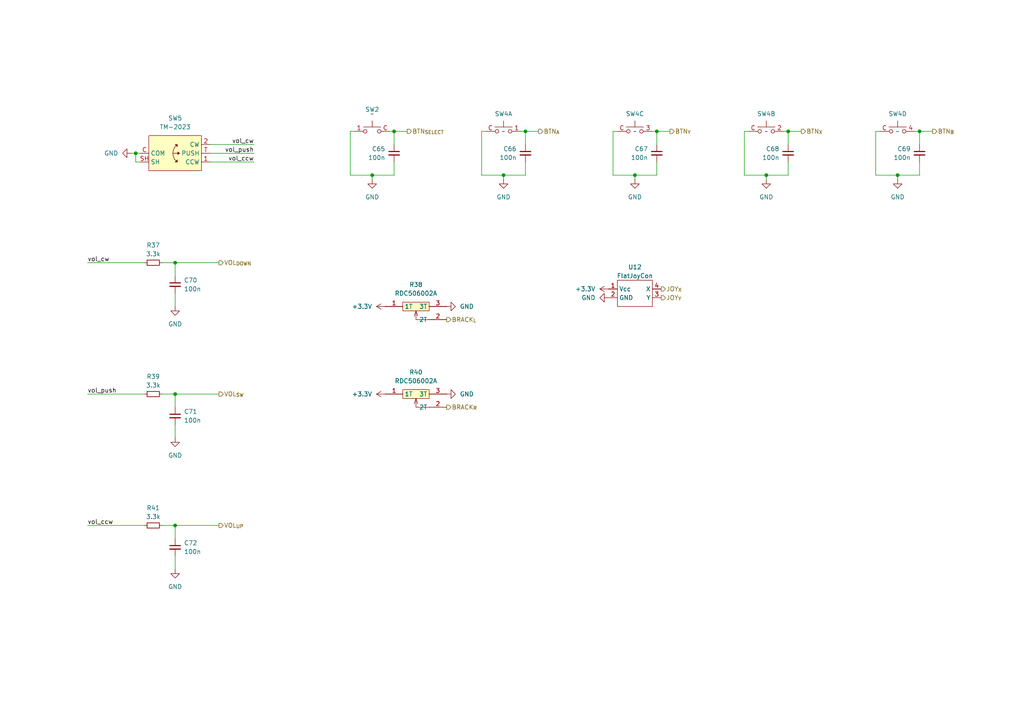
<source format=kicad_sch>
(kicad_sch (version 20250114) (generator "eeschema") (generator_version "9.0")
  (paper "A4")
  (title_block (title "Křeček") (date "2023-12-20") (rev "v0.9-wip") (company "DDM Spirála"))
  (lib_symbols
    (symbol "Device:C_Small" (pin_numbers (hide yes)) (pin_names (offset 0.254) (hide yes))
      (property "Reference" "C" (at 0.254 1.778 0))
      (property "Value" "C_Small" (at 0.254 -2.032 0))
      (symbol "C_Small_0_1"
        (polyline (pts (xy -1.524 0.508) (xy 1.524 0.508)) (stroke (width 0.3048)))
        (polyline (pts (xy -1.524 -0.508) (xy 1.524 -0.508)) (stroke (width 0.3302)))
      )
      (symbol "C_Small_1_1"
        (pin passive line (at 0 2.54 270) (length 2.032) (name "~") (number "1"))
        (pin passive line (at 0 -2.54 90) (length 2.032) (name "~") (number "2"))
      )
    )
    (symbol "Device:R_Small" (pin_numbers (hide yes)) (pin_names (offset 0.254) (hide yes))
      (property "Reference" "R" (at 0.762 0.508 0))
      (property "Value" "R_Small" (at 0.762 -1.016 0))
      (symbol "R_Small_0_1"
        (rectangle (start -0.762 1.778) (end 0.762 -1.778) (stroke (width 0.2032)))
      )
      (symbol "R_Small_1_1"
        (pin passive line (at 0 2.54 270) (length 0.762) (name "~") (number "1"))
        (pin passive line (at 0 -2.54 90) (length 0.762) (name "~") (number "2"))
      )
    )
    (symbol "Krecek:ABXY" (pin_names (hide yes))
      (property "Reference" "SW" (at 0 5.08 0))
      (symbol "ABXY_0_1"
        (circle (center -1.905 0) (radius 0.508))
        (polyline (pts (xy 0 1.27) (xy 0 3.048)))
        (circle (center 1.905 0) (radius 0.508))
        (polyline (pts (xy 2.54 1.27) (xy -2.54 1.27)))
        (pin passive line (at 5.08 0 180) (length 2.54) (name "C") (number "C"))
      )
      (symbol "ABXY_1_1"
        (pin passive line (at -5.08 0 0) (length 2.54) (name "2") (number "1"))
      )
      (symbol "ABXY_2_1"
        (pin passive line (at -5.08 0 0) (length 2.54) (name "2") (number "2"))
      )
      (symbol "ABXY_3_1"
        (pin passive line (at -5.08 0 0) (length 2.54) (name "3") (number "3"))
      )
      (symbol "ABXY_4_1"
        (pin passive line (at -5.08 0 0) (length 2.54) (name "4") (number "4"))
      )
    )
    (symbol "Krecek:FlatJoyCon"
      (property "Reference" "U" (at 0 5.588 0))
      (property "Value" "FlatJoyCon" (at 0 0 0))
      (symbol "FlatJoyCon_0_1"
        (rectangle (start -5.08 3.81) (end 5.08 -3.81))
      )
      (symbol "FlatJoyCon_1_1"
        (pin power_in line (at -7.62 1.27 0) (length 2.54) (name "Vcc") (number "1"))
        (pin power_in line (at -7.62 -1.27 0) (length 2.54) (name "GND") (number "2"))
        (pin output line (at 7.62 1.27 180) (length 2.54) (name "X") (number "4"))
        (pin output line (at 7.62 -1.27 180) (length 2.54) (name "Y") (number "3"))
      )
    )
    (symbol "Krecek:RubberButton" (pin_names (hide yes))
      (property "Reference" "SW" (at 0 5.08 0))
      (symbol "RubberButton_0_1"
        (circle (center -2.032 0) (radius 0.508))
        (polyline (pts (xy 0 1.27) (xy 0 3.048)))
        (circle (center 2.032 0) (radius 0.508))
        (polyline (pts (xy 2.54 1.27) (xy -2.54 1.27)))
      )
      (symbol "RubberButton_1_1"
        (pin passive line (at -5.08 0 0) (length 2.54) (name "1") (number "1"))
        (pin passive line (at 5.08 0 180) (length 2.54) (name "C") (number "C"))
      )
    )
    (symbol "LCSC:RDC506002A"
      (property "Reference" "R" (at 0 7.62 0))
      (property "Value" "RDC506002A" (at 0 -6.35 0))
      (symbol "RDC506002A_0_1"
        (rectangle (start -3.81 3.81) (end 3.81 1.27) (fill (type background)))
        (polyline (pts (xy 0 1.27) (xy -0.51 -0.25)))
        (polyline (pts (xy 0 1.27) (xy 0.51 -0.25)))
        (polyline (pts (xy 3.81 -1.27) (xy 0 -1.27) (xy 0 1.27)))
      )
      (symbol "RDC506002A_1_1"
        (pin passive line (at -8.89 2.54 0) (length 5.08) (name "1T") (number "1"))
        (pin passive line (at 8.89 2.54 180) (length 5.08) (name "3T") (number "3"))
        (pin passive line (at 8.89 -1.27 180) (length 5.08) (name "2T") (number "2"))
      )
    )
    (symbol "LCSC:TM-2023"
      (property "Reference" "SW" (at 0 10.16 0))
      (property "Value" "TM-2023" (at 0 -10.16 0))
      (symbol "TM-2023_0_1"
        (arc (start 0.635 -2.54) (mid -0.6378 0) (end 0.635 2.54))
      )
      (symbol "TM-2023_1_1"
        (rectangle (start -7.62 5.08) (end 7.62 -5.08) (fill (type background)))
        (polyline (pts (xy -0.635 0) (xy 1.27 0)))
        (polyline (pts (xy 0 -2.54) (xy 0.635 -2.54) (xy 0.635 -1.905) (xy 0 -2.54)) (fill (type outline)))
        (polyline (pts (xy 0.635 1.905) (xy 0.635 2.54) (xy 0 2.54) (xy 0.635 1.905)) (fill (type outline)))
        (polyline (pts (xy 1.27 0) (xy 0.762 0.381) (xy 0.762 -0.381) (xy 1.27 0)) (fill (type outline)))
        (pin input line (at -10.16 0 0) (length 2.54) (name "COM") (number "C"))
        (pin passive line (at -10.16 -2.54 0) (length 2.54) (name "SH") (number "SH"))
        (pin output line (at 10.16 2.54 180) (length 2.54) (name "CW") (number "2"))
        (pin output line (at 10.16 0 180) (length 2.54) (name "PUSH") (number "T"))
        (pin output line (at 10.16 -2.54 180) (length 2.54) (name "CCW") (number "1"))
      )
    )
    (symbol "power:+3.3V" (power) (pin_numbers (hide yes)) (pin_names (offset 0) (hide yes))
      (property "Value" "+3.3V" (at 0 3.556 0))
      (symbol "+3.3V_0_1"
        (polyline (pts (xy -0.762 1.27) (xy 0 2.54)))
        (polyline (pts (xy 0 2.54) (xy 0.762 1.27)))
        (polyline (pts (xy 0 0) (xy 0 2.54)))
      )
      (symbol "+3.3V_1_1"
        (pin power_in line (at 0 0 90) (length 0) (name "~") (number "1"))
      )
    )
    (symbol "power:GND" (power) (pin_numbers (hide yes)) (pin_names (offset 0) (hide yes))
      (property "Value" "GND" (at 0 -3.81 0))
      (symbol "GND_0_1"
        (polyline (pts (xy 0 0) (xy 0 -1.27) (xy 1.27 -1.27) (xy 0 -2.54) (xy -1.27 -1.27) (xy 0 -1.27)))
      )
      (symbol "GND_1_1"
        (pin power_in line (at 0 0 270) (length 0) (name "~") (number "1"))
      )
    )
  )
  (junction (at 146.05 50.8))
  (junction (at 228.6 38.1))
  (junction (at 50.8 76.2))
  (junction (at 50.8 114.3))
  (junction (at 260.35 50.8))
  (junction (at 50.8 152.4))
  (junction (at 152.4 38.1))
  (junction (at 107.95 50.8))
  (junction (at 114.3 38.1))
  (junction (at 39.37 44.45))
  (junction (at 184.15 50.8))
  (junction (at 222.25 50.8))
  (junction (at 190.5 38.1))
  (junction (at 266.7 38.1))
  (wire (pts (xy 60.96 46.99) (xy 73.66 46.99)))
  (wire (pts (xy 50.8 123.19) (xy 50.8 127)))
  (wire (pts (xy 40.64 46.99) (xy 39.37 46.99)))
  (wire (pts (xy 190.5 46.99) (xy 190.5 50.8)))
  (wire (pts (xy 177.8 50.8) (xy 177.8 38.1)))
  (wire (pts (xy 50.8 114.3) (xy 63.5 114.3)))
  (wire (pts (xy 25.4 152.4) (xy 41.91 152.4)))
  (wire (pts (xy 114.3 46.99) (xy 114.3 50.8)))
  (wire (pts (xy 260.35 50.8) (xy 254 50.8)))
  (wire (pts (xy 101.6 50.8) (xy 101.6 38.1)))
  (wire (pts (xy 25.4 76.2) (xy 41.91 76.2)))
  (wire (pts (xy 46.99 114.3) (xy 50.8 114.3)))
  (wire (pts (xy 215.9 38.1) (xy 217.17 38.1)))
  (wire (pts (xy 101.6 38.1) (xy 102.87 38.1)))
  (wire (pts (xy 228.6 38.1) (xy 232.41 38.1)))
  (wire (pts (xy 46.99 76.2) (xy 50.8 76.2)))
  (wire (pts (xy 146.05 50.8) (xy 139.7 50.8)))
  (wire (pts (xy 39.37 44.45) (xy 40.64 44.45)))
  (wire (pts (xy 190.5 38.1) (xy 190.5 41.91)))
  (wire (pts (xy 60.96 41.91) (xy 73.66 41.91)))
  (wire (pts (xy 190.5 50.8) (xy 184.15 50.8)))
  (wire (pts (xy 184.15 52.07) (xy 184.15 50.8)))
  (wire (pts (xy 222.25 50.8) (xy 228.6 50.8)))
  (wire (pts (xy 38.1 44.45) (xy 39.37 44.45)))
  (wire (pts (xy 266.7 38.1) (xy 270.51 38.1)))
  (wire (pts (xy 50.8 76.2) (xy 50.8 80.01)))
  (wire (pts (xy 39.37 46.99) (xy 39.37 44.45)))
  (wire (pts (xy 50.8 76.2) (xy 63.5 76.2)))
  (wire (pts (xy 184.15 50.8) (xy 177.8 50.8)))
  (wire (pts (xy 266.7 50.8) (xy 260.35 50.8)))
  (wire (pts (xy 265.43 38.1) (xy 266.7 38.1)))
  (wire (pts (xy 254 38.1) (xy 255.27 38.1)))
  (wire (pts (xy 254 50.8) (xy 254 38.1)))
  (wire (pts (xy 266.7 46.99) (xy 266.7 50.8)))
  (wire (pts (xy 227.33 38.1) (xy 228.6 38.1)))
  (wire (pts (xy 114.3 38.1) (xy 118.11 38.1)))
  (wire (pts (xy 260.35 52.07) (xy 260.35 50.8)))
  (wire (pts (xy 46.99 152.4) (xy 50.8 152.4)))
  (wire (pts (xy 151.13 38.1) (xy 152.4 38.1)))
  (wire (pts (xy 190.5 38.1) (xy 194.31 38.1)))
  (wire (pts (xy 139.7 50.8) (xy 139.7 38.1)))
  (wire (pts (xy 101.6 50.8) (xy 107.95 50.8)))
  (wire (pts (xy 189.23 38.1) (xy 190.5 38.1)))
  (wire (pts (xy 107.95 52.07) (xy 107.95 50.8)))
  (wire (pts (xy 139.7 38.1) (xy 140.97 38.1)))
  (wire (pts (xy 228.6 38.1) (xy 228.6 41.91)))
  (wire (pts (xy 215.9 50.8) (xy 222.25 50.8)))
  (wire (pts (xy 266.7 38.1) (xy 266.7 41.91)))
  (wire (pts (xy 215.9 50.8) (xy 215.9 38.1)))
  (wire (pts (xy 113.03 38.1) (xy 114.3 38.1)))
  (wire (pts (xy 222.25 52.07) (xy 222.25 50.8)))
  (wire (pts (xy 50.8 152.4) (xy 50.8 156.21)))
  (wire (pts (xy 50.8 152.4) (xy 63.5 152.4)))
  (wire (pts (xy 152.4 50.8) (xy 146.05 50.8)))
  (wire (pts (xy 177.8 38.1) (xy 179.07 38.1)))
  (wire (pts (xy 60.96 44.45) (xy 73.66 44.45)))
  (wire (pts (xy 146.05 52.07) (xy 146.05 50.8)))
  (wire (pts (xy 50.8 85.09) (xy 50.8 88.9)))
  (wire (pts (xy 152.4 38.1) (xy 156.21 38.1)))
  (wire (pts (xy 152.4 46.99) (xy 152.4 50.8)))
  (wire (pts (xy 107.95 50.8) (xy 114.3 50.8)))
  (wire (pts (xy 228.6 46.99) (xy 228.6 50.8)))
  (wire (pts (xy 25.4 114.3) (xy 41.91 114.3)))
  (wire (pts (xy 50.8 161.29) (xy 50.8 165.1)))
  (wire (pts (xy 114.3 38.1) (xy 114.3 41.91)))
  (wire (pts (xy 152.4 38.1) (xy 152.4 41.91)))
  (wire (pts (xy 50.8 114.3) (xy 50.8 118.11)))
  (label "vol_push" (at 73.66 44.45 180))
  (label "vol_ccw" (at 73.66 46.99 180))
  (label "vol_cw" (at 25.4 76.2 0))
  (label "vol_push" (at 25.4 114.3 0))
  (label "vol_ccw" (at 25.4 152.4 0))
  (label "vol_cw" (at 73.66 41.91 180))
  (hierarchical_label "BTN_{SELECT}" (shape output) (at 118.11 38.1 0))
  (hierarchical_label "BTN_{Y}" (shape output) (at 194.31 38.1 0))
  (hierarchical_label "JOY_{Y}" (shape output) (at 191.77 86.36 0))
  (hierarchical_label "BRACK_{L}" (shape output) (at 129.54 92.71 0))
  (hierarchical_label "BRACK_{R}" (shape output) (at 129.54 118.11 0))
  (hierarchical_label "BTN_{B}" (shape output) (at 270.51 38.1 0))
  (hierarchical_label "JOY_{X}" (shape output) (at 191.77 83.82 0))
  (hierarchical_label "VOL_{DOWN}" (shape output) (at 63.5 76.2 0))
  (hierarchical_label "VOL_{UP}" (shape output) (at 63.5 152.4 0))
  (hierarchical_label "BTN_{A}" (shape output) (at 156.21 38.1 0))
  (hierarchical_label "VOL_{SW}" (shape output) (at 63.5 114.3 0))
  (hierarchical_label "BTN_{X}" (shape output) (at 232.41 38.1 0))
  (symbol (lib_id "Device:C_Small") (at 50.8 82.55 0) (mirror y) (unit 1)
    (property "Reference" "C70" (at 53.34 81.2863 0) (effects (justify right)))
    (property "Value" "100n" (at 53.34 83.8263 0) (effects (justify right)))
    (property "Footprint" "Capacitor_SMD:C_0402_1005Metric" (effects (hide yes)))
    (property "Description" "Unpolarized capacitor, small symbol" (effects (hide yes)))
    (property "LCSC Part" "C307331" (effects (hide yes)))
  )
  (symbol (lib_id "LCSC:TM-2023") (at 50.8 44.45 0) (unit 1)
    (property "Reference" "SW5" (at 50.8 34.29 0))
    (property "Value" "TM-2023" (at 50.8 36.83 0))
    (property "Footprint" "LCSC:SW-SMD_TM-2023-1" (effects (hide yes)))
    (property "Datasheet" "https://lcsc.com/product-detail/Multi-Directional-Switches_XKB-Enterprise-TM-2023_C318951.html" (effects (hide yes)))
    (property "LCSC Part" "C318951" (effects (hide yes)))
  )
  (symbol (lib_id "power:GND") (at 50.8 88.9 0) (unit 1)
    (property "Reference" "#PWR0100" (effects (hide yes)))
    (property "Value" "GND" (at 50.8 93.98 0))
    (property "Description" "Power symbol creates a global label with name \"GND\" , ground" (effects (hide yes)))
  )
  (symbol (lib_id "power:+3.3V") (at 176.53 83.82 90) (unit 1)
    (property "Reference" "#PWR098" (effects (hide yes)))
    (property "Value" "+3.3V" (at 172.72 83.82 90) (effects (justify left)))
    (property "Description" "Power symbol creates a global label with name \"+3.3V\"" (effects (hide yes)))
  )
  (symbol (lib_id "Device:R_Small") (at 44.45 76.2 270) (unit 1)
    (property "Reference" "R37" (at 44.45 71.12 90))
    (property "Value" "3.3k" (at 44.45 73.66 90))
    (property "Footprint" "Resistor_SMD:R_0402_1005Metric" (effects (hide yes)))
    (property "Description" "Resistor, small symbol" (effects (hide yes)))
    (property "LCSC Part" "C25890" (effects (hide yes)))
  )
  (symbol (lib_id "power:GND") (at 129.54 88.9 90) (unit 1)
    (property "Reference" "#PWR0102" (effects (hide yes)))
    (property "Value" "GND" (at 133.35 88.9 90) (effects (justify right)))
    (property "Description" "Power symbol creates a global label with name \"GND\" , ground" (effects (hide yes)))
  )
  (symbol (lib_id "Krecek:FlatJoyCon") (at 184.15 85.09 0) (unit 1)
    (property "Reference" "U12" (at 184.15 77.47 0))
    (property "Value" "FlatJoyCon" (at 184.15 80.01 0))
    (property "Footprint" "Krecek:FlatJoyCon" (effects (hide yes)))
  )
  (symbol (lib_id "power:GND") (at 146.05 52.07 0) (mirror y) (unit 1)
    (property "Reference" "#PWR094" (effects (hide yes)))
    (property "Value" "GND" (at 146.05 57.15 0))
    (property "Description" "Power symbol creates a global label with name \"GND\" , ground" (effects (hide yes)))
  )
  (symbol (lib_id "power:+3.3V") (at 111.76 88.9 90) (unit 1)
    (property "Reference" "#PWR0101" (effects (hide yes)))
    (property "Value" "+3.3V" (at 107.95 88.9 90) (effects (justify left)))
    (property "Description" "Power symbol creates a global label with name \"+3.3V\"" (effects (hide yes)))
  )
  (symbol (lib_id "power:GND") (at 107.95 52.07 0) (mirror y) (unit 1)
    (property "Reference" "#PWR093" (effects (hide yes)))
    (property "Value" "GND" (at 107.95 57.15 0))
    (property "Description" "Power symbol creates a global label with name \"GND\" , ground" (effects (hide yes)))
  )
  (symbol (lib_id "power:GND") (at 50.8 127 0) (unit 1)
    (property "Reference" "#PWR0105" (effects (hide yes)))
    (property "Value" "GND" (at 50.8 132.08 0))
    (property "Description" "Power symbol creates a global label with name \"GND\" , ground" (effects (hide yes)))
  )
  (symbol (lib_id "power:GND") (at 176.53 86.36 270) (unit 1)
    (property "Reference" "#PWR099" (effects (hide yes)))
    (property "Value" "GND" (at 172.72 86.36 90) (effects (justify right)))
    (property "Description" "Power symbol creates a global label with name \"GND\" , ground" (effects (hide yes)))
  )
  (symbol (lib_id "Krecek:ABXY") (at 184.15 38.1 0) (mirror y) (unit 3)
    (property "Reference" "SW4" (at 184.15 33.02 0))
    (property "Value" "~" (at 184.15 38.1 0))
    (property "Footprint" "Krecek:ABXY" (effects (hide yes)))
  )
  (symbol (lib_id "power:GND") (at 222.25 52.07 0) (mirror y) (unit 1)
    (property "Reference" "#PWR096" (effects (hide yes)))
    (property "Value" "GND" (at 222.25 57.15 0))
    (property "Description" "Power symbol creates a global label with name \"GND\" , ground" (effects (hide yes)))
  )
  (symbol (lib_id "power:GND") (at 50.8 165.1 0) (unit 1)
    (property "Reference" "#PWR0106" (effects (hide yes)))
    (property "Value" "GND" (at 50.8 170.18 0))
    (property "Description" "Power symbol creates a global label with name \"GND\" , ground" (effects (hide yes)))
  )
  (symbol (lib_id "Device:R_Small") (at 44.45 114.3 270) (unit 1)
    (property "Reference" "R39" (at 44.45 109.22 90))
    (property "Value" "3.3k" (at 44.45 111.76 90))
    (property "Footprint" "Resistor_SMD:R_0402_1005Metric" (effects (hide yes)))
    (property "Description" "Resistor, small symbol" (effects (hide yes)))
    (property "LCSC Part" "C25890" (effects (hide yes)))
  )
  (symbol (lib_id "Device:R_Small") (at 44.45 152.4 270) (unit 1)
    (property "Reference" "R41" (at 44.45 147.32 90))
    (property "Value" "3.3k" (at 44.45 149.86 90))
    (property "Footprint" "Resistor_SMD:R_0402_1005Metric" (effects (hide yes)))
    (property "Description" "Resistor, small symbol" (effects (hide yes)))
    (property "LCSC Part" "C25890" (effects (hide yes)))
  )
  (symbol (lib_id "Device:C_Small") (at 50.8 120.65 0) (mirror y) (unit 1)
    (property "Reference" "C71" (at 53.34 119.3863 0) (effects (justify right)))
    (property "Value" "100n" (at 53.34 121.9263 0) (effects (justify right)))
    (property "Footprint" "Capacitor_SMD:C_0402_1005Metric" (effects (hide yes)))
    (property "Description" "Unpolarized capacitor, small symbol" (effects (hide yes)))
    (property "LCSC Part" "C307331" (effects (hide yes)))
  )
  (symbol (lib_id "power:GND") (at 184.15 52.07 0) (mirror y) (unit 1)
    (property "Reference" "#PWR095" (effects (hide yes)))
    (property "Value" "GND" (at 184.15 57.15 0))
    (property "Description" "Power symbol creates a global label with name \"GND\" , ground" (effects (hide yes)))
  )
  (symbol (lib_id "LCSC:RDC506002A") (at 120.65 91.44 0) (unit 1)
    (property "Reference" "R38" (at 120.65 82.55 0))
    (property "Value" "RDC506002A" (at 120.65 85.09 0))
    (property "Footprint" "Krecek:bracket_Left" (effects (hide yes)))
    (property "Datasheet" "https://lcsc.com/product-detail/Sensors_ALPS_RDC506002A_10kR_C115341.html" (effects (hide yes)))
    (property "LCSC Part" "C115341" (effects (hide yes)))
  )
  (symbol (lib_id "Device:C_Small") (at 152.4 44.45 0) (mirror y) (unit 1)
    (property "Reference" "C66" (at 149.86 43.1863 0) (effects (justify left)))
    (property "Value" "100n" (at 149.86 45.7263 0) (effects (justify left)))
    (property "Footprint" "Capacitor_SMD:C_0402_1005Metric" (effects (hide yes)))
    (property "Description" "Unpolarized capacitor, small symbol" (effects (hide yes)))
    (property "LCSC Part" "C307331" (effects (hide yes)))
  )
  (symbol (lib_id "power:GND") (at 260.35 52.07 0) (mirror y) (unit 1)
    (property "Reference" "#PWR097" (effects (hide yes)))
    (property "Value" "GND" (at 260.35 57.15 0))
    (property "Description" "Power symbol creates a global label with name \"GND\" , ground" (effects (hide yes)))
  )
  (symbol (lib_id "power:GND") (at 38.1 44.45 270) (unit 1)
    (property "Reference" "#PWR092" (effects (hide yes)))
    (property "Value" "GND" (at 34.29 44.45 90) (effects (justify right)))
    (property "Description" "Power symbol creates a global label with name \"GND\" , ground" (effects (hide yes)))
    (instances (project "barbecue" (path "" (reference "#PWR0138") (unit 1))) (project "bento-vna" (path "" (reference "#PWR017") (unit 1)) (path "" (reference "#PWR035") (unit 1))) (project "pipi" (path "" (reference "#PWR042") (unit 1))) (project "pipi" (path "" (reference "#PWR019") (unit 1)) (path "" (reference "#PWR01") (unit 1))) (project "krecek" (path "" (reference "#PWR092") (unit 1))))
  )
  (symbol (lib_id "Device:C_Small") (at 228.6 44.45 0) (mirror y) (unit 1)
    (property "Reference" "C68" (at 226.06 43.1863 0) (effects (justify left)))
    (property "Value" "100n" (at 226.06 45.7263 0) (effects (justify left)))
    (property "Footprint" "Capacitor_SMD:C_0402_1005Metric" (effects (hide yes)))
    (property "Description" "Unpolarized capacitor, small symbol" (effects (hide yes)))
    (property "LCSC Part" "C307331" (effects (hide yes)))
  )
  (symbol (lib_id "Device:C_Small") (at 266.7 44.45 0) (mirror y) (unit 1)
    (property "Reference" "C69" (at 264.16 43.1863 0) (effects (justify left)))
    (property "Value" "100n" (at 264.16 45.7263 0) (effects (justify left)))
    (property "Footprint" "Capacitor_SMD:C_0402_1005Metric" (effects (hide yes)))
    (property "Description" "Unpolarized capacitor, small symbol" (effects (hide yes)))
    (property "LCSC Part" "C307331" (effects (hide yes)))
  )
  (symbol (lib_id "LCSC:RDC506002A") (at 120.65 116.84 0) (unit 1)
    (property "Reference" "R40" (at 120.65 107.95 0))
    (property "Value" "RDC506002A" (at 120.65 110.49 0))
    (property "Footprint" "Krecek:bracket_Right" (effects (hide yes)))
    (property "Datasheet" "https://lcsc.com/product-detail/Sensors_ALPS_RDC506002A_10kR_C115341.html" (effects (hide yes)))
    (property "LCSC Part" "C115341" (effects (hide yes)))
  )
  (symbol (lib_id "power:GND") (at 129.54 114.3 90) (unit 1)
    (property "Reference" "#PWR0104" (effects (hide yes)))
    (property "Value" "GND" (at 133.35 114.3 90) (effects (justify right)))
    (property "Description" "Power symbol creates a global label with name \"GND\" , ground" (effects (hide yes)))
  )
  (symbol (lib_id "Device:C_Small") (at 190.5 44.45 0) (mirror y) (unit 1)
    (property "Reference" "C67" (at 187.96 43.1863 0) (effects (justify left)))
    (property "Value" "100n" (at 187.96 45.7263 0) (effects (justify left)))
    (property "Footprint" "Capacitor_SMD:C_0402_1005Metric" (effects (hide yes)))
    (property "Description" "Unpolarized capacitor, small symbol" (effects (hide yes)))
    (property "LCSC Part" "C307331" (effects (hide yes)))
  )
  (symbol (lib_id "Krecek:ABXY") (at 260.35 38.1 0) (mirror y) (unit 4)
    (property "Reference" "SW4" (at 260.35 33.02 0))
    (property "Value" "~" (at 260.35 38.1 0))
    (property "Footprint" "Krecek:ABXY" (effects (hide yes)))
  )
  (symbol (lib_id "Krecek:ABXY") (at 146.05 38.1 0) (mirror y) (unit 1)
    (property "Reference" "SW4" (at 146.05 33.02 0))
    (property "Value" "~" (at 146.05 38.1 0))
    (property "Footprint" "Krecek:ABXY" (effects (hide yes)))
  )
  (symbol (lib_id "Krecek:RubberButton") (at 107.95 38.1 0) (unit 1)
    (property "Reference" "SW2" (at 107.95 31.75 0))
    (property "Value" "~" (at 107.95 33.02 0))
    (property "Footprint" "Krecek:RubberButton" (effects (hide yes)))
  )
  (symbol (lib_id "power:+3.3V") (at 111.76 114.3 90) (unit 1)
    (property "Reference" "#PWR0103" (effects (hide yes)))
    (property "Value" "+3.3V" (at 107.95 114.3 90) (effects (justify left)))
    (property "Description" "Power symbol creates a global label with name \"+3.3V\"" (effects (hide yes)))
  )
  (symbol (lib_id "Device:C_Small") (at 114.3 44.45 0) (mirror y) (unit 1)
    (property "Reference" "C65" (at 111.76 43.1863 0) (effects (justify left)))
    (property "Value" "100n" (at 111.76 45.7263 0) (effects (justify left)))
    (property "Footprint" "Capacitor_SMD:C_0402_1005Metric" (effects (hide yes)))
    (property "Description" "Unpolarized capacitor, small symbol" (effects (hide yes)))
    (property "LCSC Part" "C307331" (effects (hide yes)))
  )
  (symbol (lib_id "Krecek:ABXY") (at 222.25 38.1 0) (mirror y) (unit 2)
    (property "Reference" "SW4" (at 222.25 33.02 0))
    (property "Value" "~" (at 222.25 38.1 0))
    (property "Footprint" "Krecek:ABXY" (effects (hide yes)))
  )
  (symbol (lib_id "Device:C_Small") (at 50.8 158.75 0) (mirror y) (unit 1)
    (property "Reference" "C72" (at 53.34 157.4863 0) (effects (justify right)))
    (property "Value" "100n" (at 53.34 160.0263 0) (effects (justify right)))
    (property "Footprint" "Capacitor_SMD:C_0402_1005Metric" (effects (hide yes)))
    (property "Description" "Unpolarized capacitor, small symbol" (effects (hide yes)))
    (property "LCSC Part" "C307331" (effects (hide yes)))
  )
)
</source>
